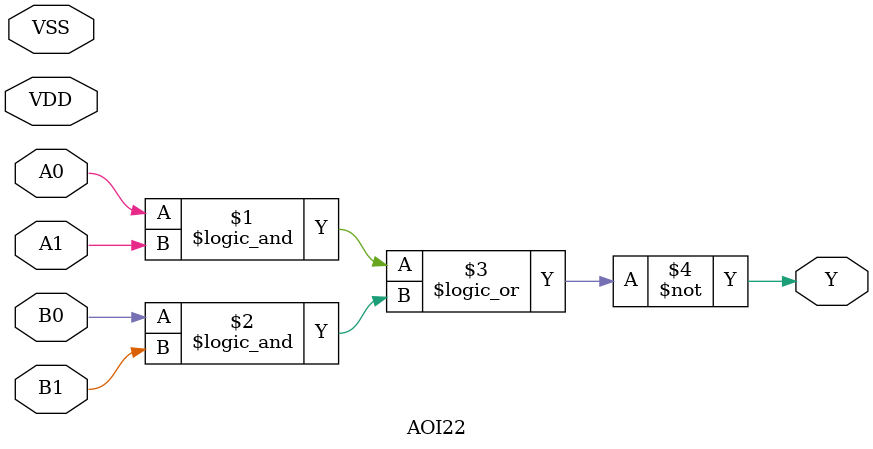
<source format=v>
module AOI22(Y, A0, A1, B0, B1, VDD, VSS );
  input A0, A1, B0, B1;
  output Y;
  inout VDD, VSS;

  assign Y=~((A0 && A1) || (B0 && B1));
endmodule

</source>
